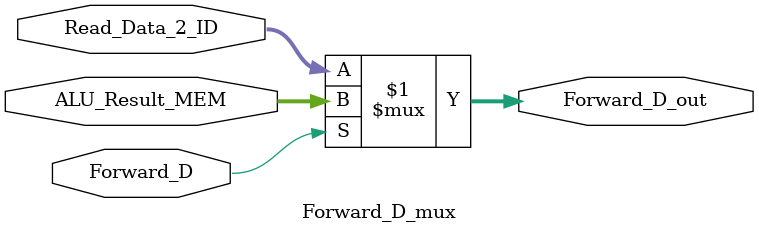
<source format=v>


module Forward_D_mux(
		input [31:0]  Read_Data_2_ID,
		input [31:0]  ALU_Result_MEM,
		input			  Forward_D,
		output [31:0] Forward_D_out
);

assign Forward_D_out = Forward_D ? ALU_Result_MEM : Read_Data_2_ID;

endmodule
</source>
